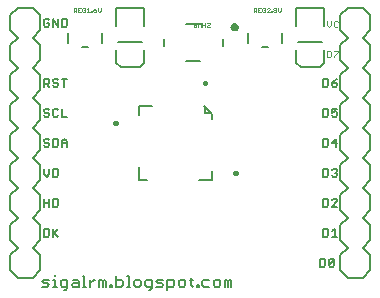
<source format=gto>
G75*
G70*
%OFA0B0*%
%FSLAX24Y24*%
%IPPOS*%
%LPD*%
%AMOC8*
5,1,8,0,0,1.08239X$1,22.5*
%
%ADD10C,0.0050*%
%ADD11C,0.0040*%
%ADD12C,0.0060*%
%ADD13C,0.0020*%
%ADD14C,0.0160*%
%ADD15C,0.0080*%
D10*
X002119Y002056D02*
X002254Y002056D01*
X002299Y002101D01*
X002299Y002282D01*
X002254Y002327D01*
X002119Y002327D01*
X002119Y002056D01*
X002414Y002056D02*
X002414Y002327D01*
X002459Y002191D02*
X002594Y002056D01*
X002414Y002146D02*
X002594Y002327D01*
X002549Y003056D02*
X002414Y003056D01*
X002414Y003327D01*
X002549Y003327D01*
X002594Y003282D01*
X002594Y003101D01*
X002549Y003056D01*
X002299Y003056D02*
X002299Y003327D01*
X002119Y003327D02*
X002119Y003056D01*
X002119Y003191D02*
X002299Y003191D01*
X002209Y004056D02*
X002299Y004146D01*
X002299Y004327D01*
X002414Y004327D02*
X002549Y004327D01*
X002594Y004282D01*
X002594Y004101D01*
X002549Y004056D01*
X002414Y004056D01*
X002414Y004327D01*
X002119Y004327D02*
X002119Y004146D01*
X002209Y004056D01*
X002164Y005056D02*
X002119Y005101D01*
X002164Y005056D02*
X002254Y005056D01*
X002299Y005101D01*
X002299Y005146D01*
X002254Y005191D01*
X002164Y005191D01*
X002119Y005237D01*
X002119Y005282D01*
X002164Y005327D01*
X002254Y005327D01*
X002299Y005282D01*
X002414Y005327D02*
X002549Y005327D01*
X002594Y005282D01*
X002594Y005101D01*
X002549Y005056D01*
X002414Y005056D01*
X002414Y005327D01*
X002708Y005237D02*
X002798Y005327D01*
X002888Y005237D01*
X002888Y005056D01*
X002708Y005056D02*
X002708Y005237D01*
X002708Y005191D02*
X002888Y005191D01*
X002888Y006056D02*
X002708Y006056D01*
X002708Y006327D01*
X002594Y006282D02*
X002549Y006327D01*
X002459Y006327D01*
X002414Y006282D01*
X002414Y006101D01*
X002459Y006056D01*
X002549Y006056D01*
X002594Y006101D01*
X002299Y006101D02*
X002254Y006056D01*
X002164Y006056D01*
X002119Y006101D01*
X002164Y006191D02*
X002254Y006191D01*
X002299Y006146D01*
X002299Y006101D01*
X002164Y006191D02*
X002119Y006237D01*
X002119Y006282D01*
X002164Y006327D01*
X002254Y006327D01*
X002299Y006282D01*
X002299Y007056D02*
X002209Y007146D01*
X002254Y007146D02*
X002119Y007146D01*
X002119Y007056D02*
X002119Y007327D01*
X002254Y007327D01*
X002299Y007282D01*
X002299Y007191D01*
X002254Y007146D01*
X002414Y007101D02*
X002459Y007056D01*
X002549Y007056D01*
X002594Y007101D01*
X002594Y007146D01*
X002549Y007191D01*
X002459Y007191D01*
X002414Y007237D01*
X002414Y007282D01*
X002459Y007327D01*
X002549Y007327D01*
X002594Y007282D01*
X002708Y007327D02*
X002888Y007327D01*
X002798Y007327D02*
X002798Y007056D01*
X004594Y008531D02*
X005394Y008531D01*
X002888Y009101D02*
X002888Y009282D01*
X002843Y009327D01*
X002708Y009327D01*
X002708Y009056D01*
X002843Y009056D01*
X002888Y009101D01*
X002594Y009056D02*
X002594Y009327D01*
X002414Y009327D02*
X002594Y009056D01*
X002414Y009056D02*
X002414Y009327D01*
X002299Y009282D02*
X002254Y009327D01*
X002164Y009327D01*
X002119Y009282D01*
X002119Y009101D01*
X002164Y009056D01*
X002254Y009056D01*
X002299Y009101D01*
X002299Y009191D01*
X002209Y009191D01*
X005273Y006402D02*
X005706Y006402D01*
X005273Y006402D02*
X005273Y006126D01*
X007439Y006402D02*
X007478Y006363D01*
X007478Y006166D01*
X007675Y006166D01*
X007478Y006363D01*
X007675Y006166D02*
X007714Y006126D01*
X007714Y005969D01*
X007714Y004237D02*
X007714Y003961D01*
X007281Y003961D01*
X005549Y003961D02*
X005273Y003961D01*
X005273Y004394D01*
X010594Y008531D02*
X011394Y008531D01*
X011419Y007327D02*
X011554Y007327D01*
X011599Y007282D01*
X011599Y007101D01*
X011554Y007056D01*
X011419Y007056D01*
X011419Y007327D01*
X011714Y007191D02*
X011714Y007101D01*
X011759Y007056D01*
X011849Y007056D01*
X011894Y007101D01*
X011894Y007146D01*
X011849Y007191D01*
X011714Y007191D01*
X011804Y007282D01*
X011894Y007327D01*
X011894Y006327D02*
X011714Y006327D01*
X011714Y006191D01*
X011804Y006237D01*
X011849Y006237D01*
X011894Y006191D01*
X011894Y006101D01*
X011849Y006056D01*
X011759Y006056D01*
X011714Y006101D01*
X011599Y006101D02*
X011599Y006282D01*
X011554Y006327D01*
X011419Y006327D01*
X011419Y006056D01*
X011554Y006056D01*
X011599Y006101D01*
X011554Y005327D02*
X011419Y005327D01*
X011419Y005056D01*
X011554Y005056D01*
X011599Y005101D01*
X011599Y005282D01*
X011554Y005327D01*
X011714Y005191D02*
X011894Y005191D01*
X011849Y005056D02*
X011849Y005327D01*
X011714Y005191D01*
X011759Y004327D02*
X011849Y004327D01*
X011894Y004282D01*
X011894Y004237D01*
X011849Y004191D01*
X011894Y004146D01*
X011894Y004101D01*
X011849Y004056D01*
X011759Y004056D01*
X011714Y004101D01*
X011599Y004101D02*
X011599Y004282D01*
X011554Y004327D01*
X011419Y004327D01*
X011419Y004056D01*
X011554Y004056D01*
X011599Y004101D01*
X011714Y004282D02*
X011759Y004327D01*
X011804Y004191D02*
X011849Y004191D01*
X011849Y003327D02*
X011759Y003327D01*
X011714Y003282D01*
X011599Y003282D02*
X011554Y003327D01*
X011419Y003327D01*
X011419Y003056D01*
X011554Y003056D01*
X011599Y003101D01*
X011599Y003282D01*
X011714Y003056D02*
X011894Y003237D01*
X011894Y003282D01*
X011849Y003327D01*
X011894Y003056D02*
X011714Y003056D01*
X011804Y002327D02*
X011804Y002056D01*
X011714Y002056D02*
X011894Y002056D01*
X011714Y002237D02*
X011804Y002327D01*
X011599Y002282D02*
X011599Y002101D01*
X011554Y002056D01*
X011419Y002056D01*
X011419Y002327D01*
X011554Y002327D01*
X011599Y002282D01*
X011659Y001327D02*
X011749Y001327D01*
X011794Y001282D01*
X011614Y001101D01*
X011659Y001056D01*
X011749Y001056D01*
X011794Y001101D01*
X011794Y001282D01*
X011659Y001327D02*
X011614Y001282D01*
X011614Y001101D01*
X011499Y001101D02*
X011499Y001282D01*
X011454Y001327D01*
X011319Y001327D01*
X011319Y001056D01*
X011454Y001056D01*
X011499Y001101D01*
X008460Y009035D02*
X008462Y009041D01*
X008466Y009045D01*
X008473Y009046D01*
X008478Y009043D01*
X008482Y009038D01*
X008482Y009032D01*
X008478Y009027D01*
X008473Y009024D01*
X008466Y009025D01*
X008462Y009029D01*
X008460Y009035D01*
X008414Y009035D02*
X008416Y009050D01*
X008422Y009063D01*
X008431Y009075D01*
X008442Y009084D01*
X008456Y009090D01*
X008471Y009092D01*
X008486Y009090D01*
X008499Y009084D01*
X008511Y009075D01*
X008520Y009064D01*
X008526Y009050D01*
X008528Y009035D01*
X008526Y009020D01*
X008520Y009007D01*
X008511Y008995D01*
X008500Y008986D01*
X008486Y008980D01*
X008471Y008978D01*
X008456Y008980D01*
X008443Y008986D01*
X008431Y008995D01*
X008422Y009006D01*
X008416Y009020D01*
X008414Y009035D01*
X008367Y009035D02*
X008369Y009055D01*
X008374Y009074D01*
X008384Y009091D01*
X008396Y009107D01*
X008411Y009120D01*
X008428Y009130D01*
X008446Y009136D01*
X008466Y009139D01*
X008486Y009138D01*
X008505Y009133D01*
X008523Y009125D01*
X008539Y009114D01*
X008553Y009099D01*
X008563Y009083D01*
X008571Y009064D01*
X008575Y009045D01*
X008575Y009025D01*
X008571Y009006D01*
X008563Y008987D01*
X008553Y008971D01*
X008539Y008956D01*
X008523Y008945D01*
X008505Y008937D01*
X008486Y008932D01*
X008466Y008931D01*
X008446Y008934D01*
X008428Y008940D01*
X008411Y008950D01*
X008396Y008963D01*
X008384Y008979D01*
X008374Y008996D01*
X008369Y009015D01*
X008367Y009035D01*
D11*
X011564Y009118D02*
X011631Y009051D01*
X011697Y009118D01*
X011697Y009252D01*
X011785Y009218D02*
X011785Y009085D01*
X011818Y009051D01*
X011885Y009051D01*
X011918Y009085D01*
X011918Y009218D02*
X011885Y009252D01*
X011818Y009252D01*
X011785Y009218D01*
X011564Y009252D02*
X011564Y009118D01*
X011564Y008252D02*
X011664Y008252D01*
X011697Y008218D01*
X011697Y008085D01*
X011664Y008051D01*
X011564Y008051D01*
X011564Y008252D01*
X011785Y008252D02*
X011918Y008252D01*
X011918Y008218D01*
X011785Y008085D01*
X011785Y008051D01*
D12*
X004941Y000732D02*
X004884Y000732D01*
X004941Y000732D02*
X004941Y000392D01*
X004997Y000392D02*
X004884Y000392D01*
X004742Y000449D02*
X004742Y000562D01*
X004686Y000619D01*
X004516Y000619D01*
X004388Y000449D02*
X004388Y000392D01*
X004331Y000392D01*
X004331Y000449D01*
X004388Y000449D01*
X004516Y000392D02*
X004686Y000392D01*
X004742Y000449D01*
X004516Y000392D02*
X004516Y000732D01*
X004190Y000562D02*
X004190Y000392D01*
X004076Y000392D02*
X004076Y000562D01*
X004133Y000619D01*
X004190Y000562D01*
X004076Y000562D02*
X004020Y000619D01*
X003963Y000619D01*
X003963Y000392D01*
X003826Y000619D02*
X003770Y000619D01*
X003656Y000506D01*
X003656Y000619D02*
X003656Y000392D01*
X003524Y000392D02*
X003411Y000392D01*
X003467Y000392D02*
X003467Y000732D01*
X003411Y000732D01*
X003269Y000562D02*
X003212Y000619D01*
X003099Y000619D01*
X003099Y000506D02*
X003042Y000449D01*
X003099Y000392D01*
X003269Y000392D01*
X003269Y000562D01*
X003269Y000506D02*
X003099Y000506D01*
X002901Y000619D02*
X002901Y000336D01*
X002844Y000279D01*
X002787Y000279D01*
X002731Y000392D02*
X002901Y000392D01*
X002731Y000392D02*
X002674Y000449D01*
X002674Y000562D01*
X002731Y000619D01*
X002901Y000619D01*
X002542Y000392D02*
X002429Y000392D01*
X002485Y000392D02*
X002485Y000619D01*
X002429Y000619D01*
X002287Y000619D02*
X002117Y000619D01*
X002060Y000562D01*
X002117Y000506D01*
X002230Y000506D01*
X002287Y000449D01*
X002230Y000392D01*
X002060Y000392D01*
X002485Y000732D02*
X002485Y000789D01*
X005129Y000562D02*
X005129Y000449D01*
X005186Y000392D01*
X005299Y000392D01*
X005356Y000449D01*
X005356Y000562D01*
X005299Y000619D01*
X005186Y000619D01*
X005129Y000562D01*
X005498Y000562D02*
X005498Y000449D01*
X005554Y000392D01*
X005724Y000392D01*
X005724Y000336D02*
X005724Y000619D01*
X005554Y000619D01*
X005498Y000562D01*
X005724Y000336D02*
X005668Y000279D01*
X005611Y000279D01*
X005866Y000392D02*
X006036Y000392D01*
X006093Y000449D01*
X006036Y000506D01*
X005923Y000506D01*
X005866Y000562D01*
X005923Y000619D01*
X006093Y000619D01*
X006234Y000619D02*
X006404Y000619D01*
X006461Y000562D01*
X006461Y000449D01*
X006404Y000392D01*
X006234Y000392D01*
X006234Y000279D02*
X006234Y000619D01*
X006603Y000562D02*
X006603Y000449D01*
X006659Y000392D01*
X006773Y000392D01*
X006829Y000449D01*
X006829Y000562D01*
X006773Y000619D01*
X006659Y000619D01*
X006603Y000562D01*
X006971Y000619D02*
X007084Y000619D01*
X007028Y000676D02*
X007028Y000449D01*
X007084Y000392D01*
X007216Y000392D02*
X007216Y000449D01*
X007273Y000449D01*
X007273Y000392D01*
X007216Y000392D01*
X007401Y000449D02*
X007457Y000392D01*
X007627Y000392D01*
X007769Y000449D02*
X007826Y000392D01*
X007939Y000392D01*
X007996Y000449D01*
X007996Y000562D01*
X007939Y000619D01*
X007826Y000619D01*
X007769Y000562D01*
X007769Y000449D01*
X007627Y000619D02*
X007457Y000619D01*
X007401Y000562D01*
X007401Y000449D01*
X008137Y000392D02*
X008137Y000619D01*
X008194Y000619D01*
X008251Y000562D01*
X008307Y000619D01*
X008364Y000562D01*
X008364Y000392D01*
X008251Y000392D02*
X008251Y000562D01*
D13*
X007639Y009041D02*
X007546Y009041D01*
X007546Y009065D01*
X007639Y009158D01*
X007639Y009182D01*
X007546Y009182D01*
X007492Y009182D02*
X007492Y009041D01*
X007492Y009111D02*
X007399Y009111D01*
X007399Y009041D02*
X007399Y009182D01*
X007345Y009182D02*
X007345Y009041D01*
X007251Y009041D02*
X007251Y009182D01*
X007298Y009135D01*
X007345Y009182D01*
X007197Y009182D02*
X007151Y009158D01*
X007104Y009111D01*
X007174Y009111D01*
X007197Y009088D01*
X007197Y009065D01*
X007174Y009041D01*
X007127Y009041D01*
X007104Y009065D01*
X007104Y009111D01*
X009104Y009541D02*
X009104Y009682D01*
X009174Y009682D01*
X009197Y009658D01*
X009197Y009611D01*
X009174Y009588D01*
X009104Y009588D01*
X009151Y009588D02*
X009197Y009541D01*
X009251Y009541D02*
X009345Y009541D01*
X009399Y009565D02*
X009422Y009541D01*
X009469Y009541D01*
X009492Y009565D01*
X009492Y009611D01*
X009445Y009611D01*
X009399Y009658D02*
X009399Y009565D01*
X009399Y009658D02*
X009422Y009682D01*
X009469Y009682D01*
X009492Y009658D01*
X009546Y009658D02*
X009569Y009682D01*
X009616Y009682D01*
X009639Y009658D01*
X009639Y009635D01*
X009546Y009541D01*
X009639Y009541D01*
X009693Y009541D02*
X009716Y009541D01*
X009716Y009565D01*
X009693Y009565D01*
X009693Y009541D01*
X009767Y009565D02*
X009767Y009588D01*
X009790Y009611D01*
X009837Y009611D01*
X009860Y009588D01*
X009860Y009565D01*
X009837Y009541D01*
X009790Y009541D01*
X009767Y009565D01*
X009790Y009611D02*
X009767Y009635D01*
X009767Y009658D01*
X009790Y009682D01*
X009837Y009682D01*
X009860Y009658D01*
X009860Y009635D01*
X009837Y009611D01*
X009914Y009588D02*
X009961Y009541D01*
X010008Y009588D01*
X010008Y009682D01*
X009914Y009682D02*
X009914Y009588D01*
X009345Y009682D02*
X009251Y009682D01*
X009251Y009541D01*
X009251Y009611D02*
X009298Y009611D01*
X004008Y009588D02*
X004008Y009682D01*
X003914Y009682D02*
X003914Y009588D01*
X003961Y009541D01*
X004008Y009588D01*
X003860Y009588D02*
X003837Y009611D01*
X003767Y009611D01*
X003767Y009565D01*
X003790Y009541D01*
X003837Y009541D01*
X003860Y009565D01*
X003860Y009588D01*
X003814Y009658D02*
X003767Y009611D01*
X003814Y009658D02*
X003860Y009682D01*
X003716Y009565D02*
X003716Y009541D01*
X003693Y009541D01*
X003693Y009565D01*
X003716Y009565D01*
X003639Y009541D02*
X003546Y009541D01*
X003593Y009541D02*
X003593Y009682D01*
X003546Y009635D01*
X003492Y009658D02*
X003469Y009682D01*
X003422Y009682D01*
X003399Y009658D01*
X003399Y009565D01*
X003422Y009541D01*
X003469Y009541D01*
X003492Y009565D01*
X003492Y009611D01*
X003445Y009611D01*
X003345Y009541D02*
X003251Y009541D01*
X003251Y009682D01*
X003345Y009682D01*
X003298Y009611D02*
X003251Y009611D01*
X003197Y009611D02*
X003197Y009658D01*
X003174Y009682D01*
X003104Y009682D01*
X003104Y009541D01*
X003104Y009588D02*
X003174Y009588D01*
X003197Y009611D01*
X003151Y009588D02*
X003197Y009541D01*
D14*
X007494Y007193D02*
X007494Y007169D01*
X004506Y005831D02*
X004482Y005831D01*
X008482Y004181D02*
X008506Y004181D01*
D15*
X001244Y000681D02*
X000994Y000931D01*
X000994Y001431D01*
X001244Y001681D01*
X000994Y001931D01*
X000994Y002431D01*
X001244Y002681D01*
X000994Y002931D01*
X000994Y003431D01*
X001244Y003681D01*
X000994Y003931D01*
X000994Y004431D01*
X001244Y004681D01*
X000994Y004931D01*
X000994Y005431D01*
X001244Y005681D01*
X000994Y005931D01*
X000994Y006431D01*
X001244Y006681D01*
X000994Y006931D01*
X000994Y007431D01*
X001244Y007681D01*
X000994Y007931D01*
X000994Y008431D01*
X001244Y008681D01*
X000994Y008931D01*
X000994Y009431D01*
X001244Y009681D01*
X001744Y009681D01*
X001994Y009431D01*
X001994Y008931D01*
X001744Y008681D01*
X001994Y008431D01*
X001994Y007931D01*
X001744Y007681D01*
X001994Y007431D01*
X001994Y006931D01*
X001744Y006681D01*
X001994Y006431D01*
X001994Y005931D01*
X001744Y005681D01*
X001994Y005431D01*
X001994Y004931D01*
X001744Y004681D01*
X001994Y004431D01*
X001994Y003931D01*
X001744Y003681D01*
X001994Y003431D01*
X001994Y002931D01*
X001744Y002681D01*
X001994Y002431D01*
X001994Y001931D01*
X001744Y001681D01*
X001994Y001431D01*
X001994Y000931D01*
X001744Y000681D01*
X001244Y000681D01*
X004679Y007697D02*
X005309Y007697D01*
X005466Y007855D01*
X005466Y008288D01*
X006110Y008413D02*
X006110Y008650D01*
X005466Y009075D02*
X005466Y009666D01*
X004521Y009666D01*
X004521Y009075D01*
X004054Y008850D02*
X004054Y008512D01*
X003600Y008362D02*
X003388Y008362D01*
X002934Y008512D02*
X002934Y008850D01*
X004521Y008288D02*
X004521Y007855D01*
X004679Y007697D01*
X006858Y007901D02*
X007330Y007901D01*
X008078Y008413D02*
X008078Y008650D01*
X007330Y009161D02*
X006858Y009161D01*
X008934Y008850D02*
X008934Y008512D01*
X009388Y008362D02*
X009600Y008362D01*
X010054Y008512D02*
X010054Y008850D01*
X010521Y009075D02*
X010521Y009666D01*
X011466Y009666D01*
X011466Y009075D01*
X011994Y008931D02*
X012244Y008681D01*
X011994Y008431D01*
X011994Y007931D01*
X012244Y007681D01*
X011994Y007431D01*
X011994Y006931D01*
X012244Y006681D01*
X011994Y006431D01*
X011994Y005931D01*
X012244Y005681D01*
X011994Y005431D01*
X011994Y004931D01*
X012244Y004681D01*
X011994Y004431D01*
X011994Y003931D01*
X012244Y003681D01*
X011994Y003431D01*
X011994Y002931D01*
X012244Y002681D01*
X011994Y002431D01*
X011994Y001931D01*
X012244Y001681D01*
X011994Y001431D01*
X011994Y000931D01*
X012244Y000681D01*
X012744Y000681D01*
X012994Y000931D01*
X012994Y001431D01*
X012744Y001681D01*
X012994Y001931D01*
X012994Y002431D01*
X012744Y002681D01*
X012994Y002931D01*
X012994Y003431D01*
X012744Y003681D01*
X012994Y003931D01*
X012994Y004431D01*
X012744Y004681D01*
X012994Y004931D01*
X012994Y005431D01*
X012744Y005681D01*
X012994Y005931D01*
X012994Y006431D01*
X012744Y006681D01*
X012994Y006931D01*
X012994Y007431D01*
X012744Y007681D01*
X012994Y007931D01*
X012994Y008431D01*
X012744Y008681D01*
X012994Y008931D01*
X012994Y009431D01*
X012744Y009681D01*
X012244Y009681D01*
X011994Y009431D01*
X011994Y008931D01*
X011466Y008288D02*
X011466Y007855D01*
X011309Y007697D01*
X010679Y007697D01*
X010521Y007855D01*
X010521Y008288D01*
M02*

</source>
